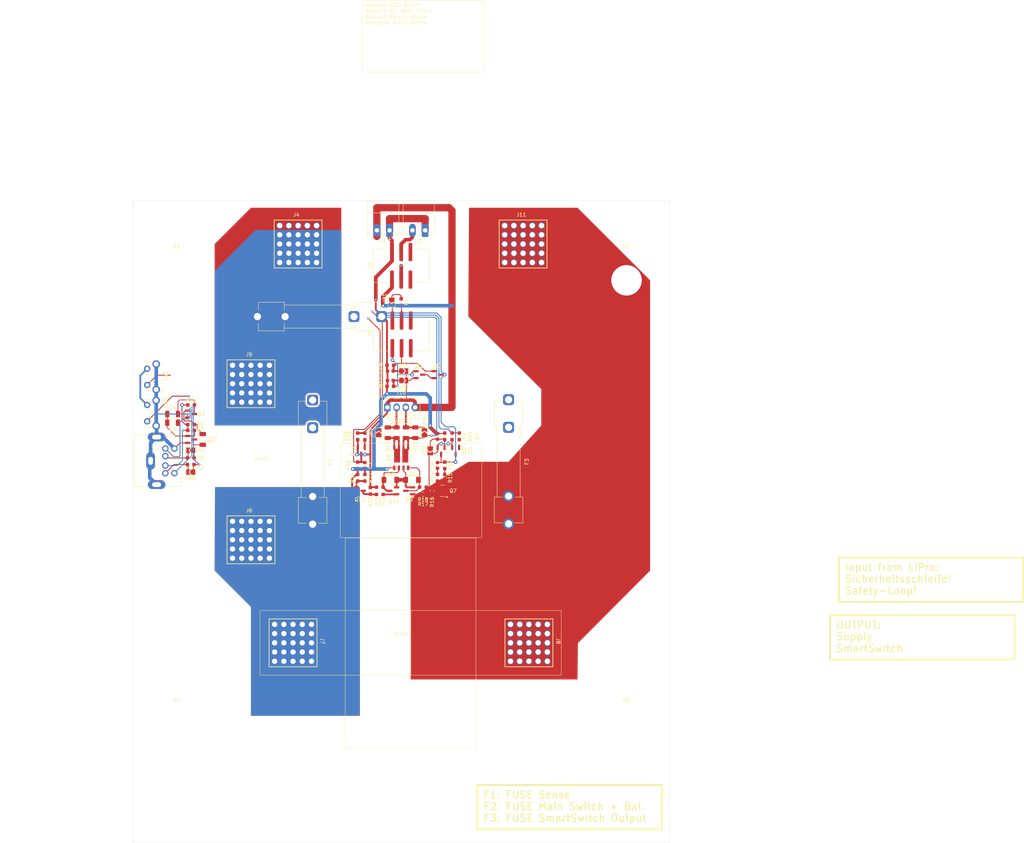
<source format=kicad_pcb>
(kicad_pcb
	(version 20240108)
	(generator "pcbnew")
	(generator_version "8.0")
	(general
		(thickness 1.6)
		(legacy_teardrops no)
	)
	(paper "A3" portrait)
	(layers
		(0 "F.Cu" signal)
		(31 "B.Cu" signal)
		(32 "B.Adhes" user "B.Adhesive")
		(33 "F.Adhes" user "F.Adhesive")
		(34 "B.Paste" user)
		(35 "F.Paste" user)
		(36 "B.SilkS" user "B.Silkscreen")
		(37 "F.SilkS" user "F.Silkscreen")
		(38 "B.Mask" user)
		(39 "F.Mask" user)
		(40 "Dwgs.User" user "User.Drawings")
		(41 "Cmts.User" user "User.Comments")
		(42 "Eco1.User" user "User.Eco1")
		(43 "Eco2.User" user "User.Eco2")
		(44 "Edge.Cuts" user)
		(45 "Margin" user)
		(46 "B.CrtYd" user "B.Courtyard")
		(47 "F.CrtYd" user "F.Courtyard")
		(48 "B.Fab" user)
		(49 "F.Fab" user)
		(50 "User.1" user)
		(51 "User.2" user)
		(52 "User.3" user)
		(53 "User.4" user)
		(54 "User.5" user)
		(55 "User.6" user)
		(56 "User.7" user)
		(57 "User.8" user)
		(58 "User.9" user)
	)
	(setup
		(pad_to_mask_clearance 0)
		(allow_soldermask_bridges_in_footprints no)
		(pcbplotparams
			(layerselection 0x00010fc_ffffffff)
			(plot_on_all_layers_selection 0x0000000_00000000)
			(disableapertmacros no)
			(usegerberextensions no)
			(usegerberattributes yes)
			(usegerberadvancedattributes yes)
			(creategerberjobfile yes)
			(dashed_line_dash_ratio 12.000000)
			(dashed_line_gap_ratio 3.000000)
			(svgprecision 4)
			(plotframeref no)
			(viasonmask no)
			(mode 1)
			(useauxorigin no)
			(hpglpennumber 1)
			(hpglpenspeed 20)
			(hpglpendiameter 15.000000)
			(pdf_front_fp_property_popups yes)
			(pdf_back_fp_property_popups yes)
			(dxfpolygonmode yes)
			(dxfimperialunits yes)
			(dxfusepcbnewfont yes)
			(psnegative no)
			(psa4output no)
			(plotreference yes)
			(plotvalue yes)
			(plotfptext yes)
			(plotinvisibletext no)
			(sketchpadsonfab no)
			(subtractmaskfromsilk no)
			(outputformat 1)
			(mirror no)
			(drillshape 1)
			(scaleselection 1)
			(outputdirectory "")
		)
	)
	(net 0 "")
	(net 1 "GND")
	(net 2 "Net-(J10-Pin_3)")
	(net 3 "Net-(J3-Pin_3)")
	(net 4 "/~{KILL_SWITCH_EN}")
	(net 5 "Net-(Q3-B)")
	(net 6 "/RESET")
	(net 7 "/SET")
	(net 8 "/Ub_FUSED")
	(net 9 "Net-(JP4-A)")
	(net 10 "Net-(C7-Pad1)")
	(net 11 "/Ub_in")
	(net 12 "/UB_in_main_si")
	(net 13 "/U_out")
	(net 14 "Net-(JP1-A)")
	(net 15 "Net-(Q1-C)")
	(net 16 "unconnected-(J9-Pin_6-Pad6)")
	(net 17 "Net-(Q7-B)")
	(net 18 "Net-(Q8-B)")
	(net 19 "unconnected-(J9-Pin_5-Pad5)")
	(net 20 "Net-(Q12-C)")
	(net 21 "Net-(Q11-C)")
	(net 22 "Net-(Q4-B)")
	(net 23 "Net-(Q10-B)")
	(net 24 "Net-(J3-Pin_1)")
	(net 25 "/SENSE+")
	(net 26 "/B")
	(net 27 "/A")
	(net 28 "Net-(C8-Pad2)")
	(net 29 "/LED_OFF")
	(net 30 "Net-(J10-Pin_2)")
	(net 31 "/BTN_ON")
	(net 32 "Net-(JP8-B)")
	(net 33 "/BTN_OFF")
	(net 34 "Net-(Q11-B)")
	(net 35 "Net-(Q12-B)")
	(net 36 "Net-(JP7-A)")
	(net 37 "Net-(JP4-B)")
	(net 38 "Net-(Q2-C)")
	(net 39 "Net-(Q5-B)")
	(net 40 "/U_out_fused")
	(net 41 "/SENSE-")
	(net 42 "Net-(Q3-C)")
	(net 43 "Net-(Q7-C)")
	(net 44 "unconnected-(J3-Pin_6-Pad6)")
	(net 45 "unconnected-(J3-Pin_5-Pad5)")
	(footprint "Jumper:SolderJumper-2_P1.3mm_Open_TrianglePad1.0x1.5mm" (layer "F.Cu") (at 171.4 151 -90))
	(footprint "Package_TO_SOT_SMD:SOT-23" (layer "F.Cu") (at 162.6 203))
	(footprint "Resistor_SMD:R_0603_1608Metric_Pad0.98x0.95mm_HandSolder" (layer "F.Cu") (at 174 151 -90))
	(footprint "Capacitor_SMD:C_0603_1608Metric" (layer "F.Cu") (at 171 172.6))
	(footprint "Capacitor_SMD:C_1206_3216Metric" (layer "F.Cu") (at 111 184.25))
	(footprint "Resistor_SMD:R_1206_3216Metric" (layer "F.Cu") (at 172.7 187 -90))
	(footprint "myWürthSHFU:WP-SHFU_7461098_HAL" (layer "F.Cu") (at 207.6 135))
	(footprint "Connector_Phoenix_MC:PhoenixContact_MC_1,5_2-G-3.5_1x02_P3.50mm_Horizontal" (layer "F.Cu") (at 170.795 131.2325 180))
	(footprint "Resistor_SMD:R_0603_1608Metric_Pad0.98x0.95mm_HandSolder" (layer "F.Cu") (at 162 199.4 90))
	(footprint "Resistor_SMD:R_1206_3216Metric" (layer "F.Cu") (at 177.9 187 -90))
	(footprint "Resistor_SMD:R_0603_1608Metric_Pad0.98x0.95mm_HandSolder" (layer "F.Cu") (at 164 188.0125 90))
	(footprint "Package_TO_SOT_SMD:SOT-23" (layer "F.Cu") (at 176.2 203 180))
	(footprint "MountingHole:MountingHole_8.4mm_M8" (layer "F.Cu") (at 236.1 145))
	(footprint "myWürthSHFU:WP-SHFU_7461098_HAL" (layer "F.Cu") (at 132.6 173.5))
	(footprint "Capacitor_SMD:C_0603_1608Metric" (layer "F.Cu") (at 184 188 -90))
	(footprint "Resistor_SMD:R_0603_1608Metric_Pad0.98x0.95mm_HandSolder" (layer "F.Cu") (at 162 196 -90))
	(footprint "Resistor_SMD:R_0603_1608Metric_Pad0.98x0.95mm_HandSolder" (layer "F.Cu") (at 186 196 -90))
	(footprint "Resistor_SMD:R_0603_1608Metric_Pad0.98x0.95mm_HandSolder" (layer "F.Cu") (at 162 188 90))
	(footprint "Jumper:SolderJumper-2_P1.3mm_Open_TrianglePad1.0x1.5mm" (layer "F.Cu") (at 167.8 187 90))
	(footprint "Capacitor_SMD:C_1206_3216Metric" (layer "F.Cu") (at 111 181.85))
	(footprint "Package_TO_SOT_SMD:SOT-23" (layer "F.Cu") (at 116.1 181.85))
	(footprint "Fuse:Fuseholder_Clip-6.3x32mm_Littelfuse_102_122_Inline_P34.21x7.62mm_D1.98mm_Horizontal" (layer "F.Cu") (at 168.6 155 180))
	(footprint "Package_TO_SOT_SMD:SOT-23" (layer "F.Cu") (at 185 192 -90))
	(footprint "Resistor_SMD:R_0603_1608Metric_Pad0.98x0.95mm_HandSolder" (layer "F.Cu") (at 168.1 204 180))
	(footprint "Resistor_SMD:R_0603_1608Metric_Pad0.98x0.95mm_HandSolder" (layer "F.Cu") (at 179.9875 202))
	(footprint "Jumper:SolderJumper-2_P1.3mm_Open_TrianglePad1.0x1.5mm" (layer "F.Cu") (at 180.4 187 90))
	(footprint "Resistor_SMD:R_0603_1608Metric_Pad0.98x0.95mm_HandSolder" (layer "F.Cu") (at 116.1 179.35 180))
	(footprint "Fuse:Fuseholder_Clip-6.3x32mm_Littelfuse_102_122_Inline_P34.21x7.62mm_D1.98mm_Horizontal" (layer "F.Cu") (at 149.6 177.995 -90))
	(footprint "Connector_IDC:IDC-Header_2x03_P2.54mm_Vertical_SMD" (layer "F.Cu") (at 174.1 159.9 90))
	(footprint "Jumper:SolderJumper-2_P1.3mm_Open_TrianglePad1.0x1.5mm" (layer "F.Cu") (at 182 192 -90))
	(footprint "Resistor_SMD:R_0603_1608Metric_Pad0.98x0.95mm_HandSolder" (layer "F.Cu") (at 186 188 90))
	(footprint "greenMeter_v3:EB-DIOS-M06_PS_2-6" (layer "F.Cu") (at 107 194.75 90))
	(footprint "Package_TO_SOT_SMD:SOT-23" (layer "F.Cu") (at 116.1 188.85))
	(footprint "Resistor_SMD:R_0603_1608Metric_Pad0.98x0.95mm_HandSolder" (layer "F.Cu") (at 165.5 203 90))
	(footprint "Resistor_SMD:R_0603_1608Metric_Pad0.98x0.95mm_HandSolder" (layer "F.Cu") (at 116.1 184.75))
	(footprint "myWürthSHFU:WP-SHFU_7461098_HAL"
		(layer "F.Cu")
		(uuid "74206722-fe2e-41c9-b1f6-bde376783579")
		(at 144.2 244.9 -90)
		(descr "WP-SHFU External thread, full plain\nDrill hole specification for HAL\nThread M6 , 25pins\nMax Height = 15.5mm")
		(property "Reference" "J7"
			(at -0.5 -7.5 -90)
			(unlocked yes)
			(layer "F.SilkS")
			(uuid "ba134d1b-48a9-487c-8a87-59a1adcbd098")
			(effects
				(font
					(size 1 1)
					(thickness 0.15)
				)
				(justify bottom)
			)
		)
		(property "Value" "Würth RedCube"
			(at -3.5 8.8 -90)
			(unlocked yes)
			(layer "F.Fab")
			(uuid "ed02372e-aa3b-449b-b0bb-1320638e6946")
			(effects
				(font
					(size 1.1684 1.1684)
					(thickness 0.1016)
				)
				(justify left bottom)
			)
		)
		(property "Footprint" "myWürthSHFU:WP-SHFU_7461098_HAL"
			(at 0 0 -90)
			(layer "F.Fab")
			(hide yes)
			(uuid "7da6db5f-b80d-41b3-9954-50f08e55a8d6")
			(effects
				(font
					(size 1.27 1.27)
					(thickness 0.15)
				)
			)
		)
		(property "Datasheet" "https://www.lcsc.com/datasheet/lcsc_datasheet_2409261545_SAMZO-14580S0M5_C41416688.pdf"
			(at 0 0 -90)
			(layer "F.Fab")
			(hide yes)
			(uuid "fa204279-9c15-4447-bf3d-4d396905a332")
			(effects
				(font
					(size 1.27 1.27)
					(thickness 0.15)
				)
			)
		)
		(property "Description" "SCHRAUBANSCHLUSS M5 SMD 6-PIN 150A"
			(at 0 0 -90)
			(layer "F.Fab")
			(hide yes)
			(uuid "31c091c1-0b48-4600-a04c-2afca90026f7")
			(effects
				(font
					(size 1.27 1.27)
					(thickness 0.15)
				)
			)
		)
		(property "ECS Art#" "CON519"
			(at 0 0 -90)
			(unlocked yes)
			(layer "F.Fab")
			(hide yes)
			(uuid "56e4122b-45cb-4178-bfef-85e9d02ef1d0")
			(effects
				(font
					(size 1 1)
					(thickness 0.15)
				)
			)
		)
		(property "HAN" " 14580S0"
			(at 0 0 -90)
			(unlocked yes)
			(layer "F.Fab")
			(hide yes)
			(uuid "58d326e8-71f8-4f4f-92fc-ddc050235d0a")
			(effects
				(font
					(size 1 1)
					(thickness 0.15)
				)
			)
		)
		(property "Voltage" ""
			(at 0 0 -90)
			(unlocked yes)
			(layer "F.Fab")
			(hide yes)
			(uuid "f43954b8-803b-42a0-b092-a63bf38b1053")
			(effects
				(font
					(size 1 1)
					(thickness 0.15)
				)
			)
		)
		(property "Toleranz" ""
			(at 0 0 -90)
			(unlocked yes)
			(layer "F.Fab")
			(hide yes)
			(uuid "5178d12d-39e2-48ba-a958-73912a8f0f1d")
			(effects
				(font
					(size 1 1)
					(thickness 0.15)
				)
			)
		)
		(property "Hersteller" "SAMZO "
			(at 0 0 -90)
			(unlocked yes)
			(layer "F.Fab")
			(hide yes)
			(uuid "dbcccb71-9633-4e8c-9148-f5554dd93167"
... [348159 chars truncated]
</source>
